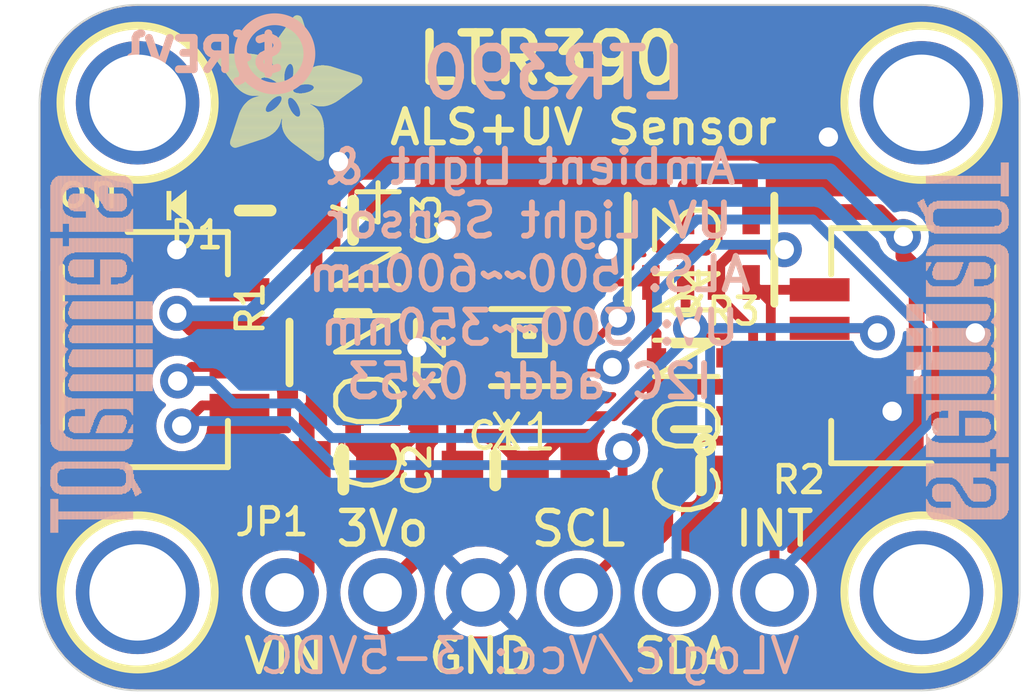
<source format=kicad_pcb>
(kicad_pcb (version 20221018) (generator pcbnew)
  (layers (0 "F.Cu" signal) (31 "B.Cu" signal) (34 "B.Paste" user) (35 "F.Paste" user) (36 "B.SilkS" user "B.Silkscreen") (37 "F.SilkS" user "F.Silkscreen") (38 "B.Mask" user) (39 "F.Mask" user) (44 "Edge.Cuts" user))
  (net 0 "")
  (net 1 "GND")
  (net 2 "SDA")
  (net 3 "SCL")
  (net 4 "SCL_3V")
  (net 5 "SDA_3V")
  (net 6 "3.3V")
  (net 7 "INT")
  (net 8 "VCC")
  (net 9 "N$1")
  (footprint "working:FIDUCIAL_1MM" (layer "F.Cu") (at 155.3591 97.3836)
    (fp_text reference "FID4" hide)
    (fp_text value "FIDUCIAL_1MM" hide)
    (pad "1" smd roundrect (at 0 0) (size 1 1) (layers "F.Cu" "F.Mask") (roundrect_rratio 0.5))
  )
  (footprint "working:RESPACK_4X0603" (layer "F.Cu") (at 152.9461 102.4636 180)
    (fp_text reference "R3" (at -1.6 -1.6) (layer "F.SilkS") (effects (font (size 0.692831 0.692831) (thickness 0.119969)) (justify right)))
    (fp_text value "10K")
    (pad "1" smd rect (at -1.3 0.85 180) (size 0.45 0.9) (layers "F.Cu" "F.Paste" "F.Mask") (net 8 "VCC"))
    (pad "2" smd rect (at -0.4 0.85 180) (size 0.45 0.9) (layers "F.Cu" "F.Paste" "F.Mask") (net 6 "3.3V"))
    (pad "3" smd rect (at 0.4 0.85 180) (size 0.45 0.9) (layers "F.Cu" "F.Paste" "F.Mask") (net 8 "VCC"))
    (pad "4" smd rect (at 1.3 0.85 180) (size 0.45 0.9) (layers "F.Cu" "F.Paste" "F.Mask") (net 6 "3.3V"))
    (pad "5" smd rect (at 1.3 -0.85 180) (size 0.45 0.9) (layers "F.Cu" "F.Paste" "F.Mask") (net 5 "SDA_3V"))
    (pad "6" smd rect (at 0.4 -0.85 180) (size 0.45 0.9) (layers "F.Cu" "F.Paste" "F.Mask") (net 2 "SDA"))
    (pad "7" smd rect (at -0.4 -0.85 180) (size 0.45 0.9) (layers "F.Cu" "F.Paste" "F.Mask") (net 4 "SCL_3V"))
    (pad "8" smd rect (at -1.3 -0.85 180) (size 0.45 0.9) (layers "F.Cu" "F.Paste" "F.Mask") (net 3 "SCL"))
  )
  (footprint "working:LTR390" (layer "F.Cu") (at 148.5011 105.0036)
    (fp_text reference "X1" (at -1.1 2.2) (layer "F.SilkS") (effects (font (size 0.90871 0.90871) (thickness 0.10729)) (justify left)))
    (fp_text value "LTR390")
    (pad "1" smd rect (at -0.9 -0.65 90) (size 0.3 0.65) (layers "F.Cu" "F.Paste" "F.Mask") (net 6 "3.3V"))
    (pad "2" smd rect (at -0.9 0 90) (size 0.3 0.65) (layers "F.Cu" "F.Paste" "F.Mask"))
    (pad "3" smd rect (at -0.9 0.65 90) (size 0.3 0.65) (layers "F.Cu" "F.Paste" "F.Mask") (net 1 "GND"))
    (pad "4" smd rect (at 0.9 0.65 90) (size 0.3 0.65) (layers "F.Cu" "F.Paste" "F.Mask") (net 4 "SCL_3V"))
    (pad "5" smd rect (at 0.9 0 90) (size 0.3 0.65) (layers "F.Cu" "F.Paste" "F.Mask") (net 7 "INT"))
    (pad "6" smd rect (at 0.9 -0.65 90) (size 0.3 0.65) (layers "F.Cu" "F.Paste" "F.Mask") (net 5 "SDA_3V"))
  )
  (footprint "working:ADAFRUIT_3.5MM" (layer "F.Cu") (at 140.3731 100.1776)
    (fp_text reference "U$22" hide)
    (fp_text value "" hide)
  )
  (footprint "working:1X06_ROUND_70" (layer "F.Cu") (at 148.5011 111.3536)
    (fp_text reference "JP1" (at -7.6962 -1.8288) (layer "F.SilkS") (effects (font (size 0.692831 0.692831) (thickness 0.119969)) (justify left)))
    (fp_text value "")
    (pad "1" thru_hole circle (at -6.35 0 90) (size 1.778 1.778) (drill 1) (layers "*.Cu" "*.Mask") (net 8 "VCC"))
    (pad "2" thru_hole circle (at -3.81 0 90) (size 1.778 1.778) (drill 1) (layers "*.Cu" "*.Mask") (net 6 "3.3V"))
    (pad "3" thru_hole circle (at -1.27 0 90) (size 1.778 1.778) (drill 1) (layers "*.Cu" "*.Mask") (net 1 "GND"))
    (pad "4" thru_hole circle (at 1.27 0 90) (size 1.778 1.778) (drill 1) (layers "*.Cu" "*.Mask") (net 3 "SCL"))
    (pad "5" thru_hole circle (at 3.81 0 90) (size 1.778 1.778) (drill 1) (layers "*.Cu" "*.Mask") (net 2 "SDA"))
    (pad "6" thru_hole circle (at 6.35 0 90) (size 1.778 1.778) (drill 1) (layers "*.Cu" "*.Mask") (net 7 "INT"))
  )
  (footprint "working:0603-NO" (layer "F.Cu") (at 141.3891 101.4476 -90)
    (fp_text reference "R1" (at 1.778 0.127 90) (layer "F.SilkS") (effects (font (size 0.692831 0.692831) (thickness 0.119969)) (justify right)))
    (fp_text value "10K")
    (pad "1" smd rect (at -0.85 0 270) (size 1.075 1) (layers "F.Cu" "F.Paste" "F.Mask") (net 6 "3.3V"))
    (pad "2" smd rect (at 0.85 0 270) (size 1.075 1) (layers "F.Cu" "F.Paste" "F.Mask") (net 9 "N$1"))
  )
  (footprint "working:0603-NO" (layer "F.Cu") (at 152.9461 108.3056)
    (fp_text reference "R2" (at 1.778 0.127) (layer "F.SilkS") (effects (font (size 0.692831 0.692831) (thickness 0.119969)) (justify left)))
    (fp_text value "10K")
    (pad "1" smd rect (at -0.85 0) (size 1.075 1) (layers "F.Cu" "F.Paste" "F.Mask") (net 6 "3.3V"))
    (pad "2" smd rect (at 0.85 0) (size 1.075 1) (layers "F.Cu" "F.Paste" "F.Mask") (net 7 "INT"))
  )
  (footprint "working:JST_SH4" (layer "F.Cu") (at 158.5341 105.0036 90)
    (fp_text reference "CONN3" (at -4.6 -5.9 90) (layer "F.SilkS") (effects (font (size 1.647139 1.647139) (thickness 0.130861)) (justify left)))
    (fp_text value "STEMMA_I2C_QT" hide)
    (pad "1" smd rect (at -1.5 -2.514 180) (size 1.55 0.6) (layers "F.Cu" "F.Paste" "F.Mask") (net 1 "GND"))
    (pad "2" smd rect (at -0.5 -2.514 180) (size 1.55 0.6) (layers "F.Cu" "F.Paste" "F.Mask") (net 8 "VCC"))
    (pad "3" smd rect (at 0.5 -2.514 180) (size 1.55 0.6) (layers "F.Cu" "F.Paste" "F.Mask") (net 2 "SDA"))
    (pad "4" smd rect (at 1.5 -2.514 180) (size 1.55 0.6) (layers "F.Cu" "F.Paste" "F.Mask") (net 3 "SCL"))
    (pad "MT1" smd rect (at -2.8 1.386 180) (size 1.8 1.2) (layers "F.Cu" "F.Paste" "F.Mask") (net 1 "GND"))
    (pad "MT2" smd rect (at 2.8 1.386 180) (size 1.8 1.2) (layers "F.Cu" "F.Paste" "F.Mask") (net 1 "GND"))
  )
  (footprint "working:MOUNTINGHOLE_2.5_PLATED" (layer "F.Cu") (at 158.6611 111.3536)
    (fp_text reference "U$21" hide)
    (fp_text value "MOUNTINGHOLE2.5" hide)
    (pad "P$1" thru_hole circle (at 0 0) (size 3.2 3.2) (drill 2.5) (layers "*.Cu" "*.Mask"))
    (zone (net 0) (net_name "") (layer "F.Cu") (connect_pads (clearance 0)) (min_thickness 0.25)
      (keepout (tracks not_allowed) (vias not_allowed) (pads not_allowed) (copperpour not_allowed) (footprints allowed))
      (fill (thermal_gap 0.5) (thermal_bridge_width 0.5))
      (polygon (pts (xy 160.6771 111.3536) (xy 160.65748 111.073027) (xy 160.599004 110.797915) (xy 160.502808 110.533619) (xy 160.370765 110.285283) (xy 160.205446 110.05774) (xy 160.010067 109.85542) (xy 159.788433 109.68226) (xy 159.544856 109.541631) (xy 159.284078 109.43627) (xy 159.011175 109.368228) (xy 158.731457 109.338828) (xy 158.450371 109.348644) (xy 158.173385 109.397484) (xy 157.905893 109.484397) (xy 157.6531 109.607693) (xy 157.419926 109.76497) (xy 157.210911 109.953169) (xy 157.030122 110.168625) (xy 156.881078 110.407145) (xy 156.76668 110.664087) (xy 156.689154 110.93445) (xy 156.650011 111.212971) (xy 156.650011 111.494229) (xy 156.689154 111.77275) (xy 156.76668 112.043113) (xy 156.881078 112.300055) (xy 157.030122 112.538575) (xy 157.210911 112.754031) (xy 157.419926 112.94223) (xy 157.6531 113.099507) (xy 157.905893 113.222803) (xy 158.173385 113.309716) (xy 158.450371 113.358556) (xy 158.731457 113.368372) (xy 159.011175 113.338972) (xy 159.284078 113.27093) (xy 159.544856 113.165569) (xy 159.788433 113.02494) (xy 160.010067 112.85178) (xy 160.205446 112.64946) (xy 160.370765 112.421917) (xy 160.502808 112.173581) (xy 160.599004 111.909285) (xy 160.65748 111.634173)))
      (polygon (pts (xy 158.6451 111.3536) (xy 158.649786 111.364914) (xy 158.6611 111.3696) (xy 158.672414 111.364914) (xy 158.6771 111.3536) (xy 158.672414 111.342286) (xy 158.6611 111.3376) (xy 158.649786 111.342286)))
    )
    (zone (net 0) (net_name "") (layer "B.Cu") (connect_pads (clearance 0)) (min_thickness 0.25)
      (keepout (tracks not_allowed) (vias not_allowed) (pads not_allowed) (copperpour not_allowed) (footprints allowed))
      (fill (thermal_gap 0.5) (thermal_bridge_width 0.5))
      (polygon (pts (xy 160.6771 111.3536) (xy 160.65748 111.073027) (xy 160.599004 110.797915) (xy 160.502808 110.533619) (xy 160.370765 110.285283) (xy 160.205446 110.05774) (xy 160.010067 109.85542) (xy 159.788433 109.68226) (xy 159.544856 109.541631) (xy 159.284078 109.43627) (xy 159.011175 109.368228) (xy 158.731457 109.338828) (xy 158.450371 109.348644) (xy 158.173385 109.397484) (xy 157.905893 109.484397) (xy 157.6531 109.607693) (xy 157.419926 109.76497) (xy 157.210911 109.953169) (xy 157.030122 110.168625) (xy 156.881078 110.407145) (xy 156.76668 110.664087) (xy 156.689154 110.93445) (xy 156.650011 111.212971) (xy 156.650011 111.494229) (xy 156.689154 111.77275) (xy 156.76668 112.043113) (xy 156.881078 112.300055) (xy 157.030122 112.538575) (xy 157.210911 112.754031) (xy 157.419926 112.94223) (xy 157.6531 113.099507) (xy 157.905893 113.222803) (xy 158.173385 113.309716) (xy 158.450371 113.358556) (xy 158.731457 113.368372) (xy 159.011175 113.338972) (xy 159.284078 113.27093) (xy 159.544856 113.165569) (xy 159.788433 113.02494) (xy 160.010067 112.85178) (xy 160.205446 112.64946) (xy 160.370765 112.421917) (xy 160.502808 112.173581) (xy 160.599004 111.909285) (xy 160.65748 111.634173)))
      (polygon (pts (xy 158.6451 111.3536) (xy 158.649786 111.364914) (xy 158.6611 111.3696) (xy 158.672414 111.364914) (xy 158.6771 111.3536) (xy 158.672414 111.342286) (xy 158.6611 111.3376) (xy 158.649786 111.342286)))
    )
  )
  (footprint "working:0805-NO" (layer "F.Cu") (at 143.9291 101.7016)
    (fp_text reference "C3" (at 1.905 -0.762 90) (layer "F.SilkS") (effects (font (size 0.692831 0.692831) (thickness 0.119969)) (justify right)))
    (fp_text value "10uF")
    (pad "1" smd rect (at -0.95 0) (size 1.24 1.5) (layers "F.Cu" "F.Paste" "F.Mask") (net 6 "3.3V"))
    (pad "2" smd rect (at 0.95 0) (size 1.24 1.5) (layers "F.Cu" "F.Paste" "F.Mask") (net 1 "GND"))
  )
  (footprint "working:SOT23-5" (layer "F.Cu") (at 143.9291 105.1306)
    (fp_text reference "U2" (at 2.032 -0.562 90) (layer "F.SilkS") (effects (font (size 0.692831 0.692831) (thickness 0.119969)) (justify right)))
    (fp_text value "AP2112K-3.3")
    (pad "1" smd rect (at -0.95 1.3001) (size 0.55 1.2) (layers "F.Cu" "F.Paste" "F.Mask") (net 8 "VCC"))
    (pad "2" smd rect (at 0 1.3001) (size 0.55 1.2) (layers "F.Cu" "F.Paste" "F.Mask") (net 1 "GND"))
    (pad "3" smd rect (at 0.95 1.3001) (size 0.55 1.2) (layers "F.Cu" "F.Paste" "F.Mask") (net 8 "VCC"))
    (pad "4" smd rect (at 0.95 -1.3001) (size 0.55 1.2) (layers "F.Cu" "F.Paste" "F.Mask"))
    (pad "5" smd rect (at -0.95 -1.3001) (size 0.55 1.2) (layers "F.Cu" "F.Paste" "F.Mask") (net 6 "3.3V"))
  )
  (footprint "working:SOT363" (layer "F.Cu") (at 152.6921 106.0196 90)
    (fp_text reference "Q2" (at 1.651 -0.127 90) (layer "F.SilkS") (effects (font (size 0.692831 0.692831) (thickness 0.119969)) (justify left)))
    (fp_text value "BSS138")
    (pad "1" smd rect (at -0.75 0.9 90) (size 0.5 0.5) (layers "F.Cu" "F.Paste" "F.Mask") (net 4 "SCL_3V"))
    (pad "2" smd rect (at 0 0.9 90) (size 0.4 0.5) (layers "F.Cu" "F.Paste" "F.Mask") (net 6 "3.3V"))
    (pad "3" smd rect (at 0.75 0.9 90) (size 0.5 0.5) (layers "F.Cu" "F.Paste" "F.Mask") (net 2 "SDA"))
    (pad "4" smd rect (at 0.75 -0.9 90) (size 0.5 0.5) (layers "F.Cu" "F.Paste" "F.Mask") (net 5 "SDA_3V"))
    (pad "5" smd rect (at 0 -0.9 90) (size 0.4 0.5) (layers "F.Cu" "F.Paste" "F.Mask") (net 6 "3.3V"))
    (pad "6" smd rect (at -0.75 -0.9 90) (size 0.5 0.5) (layers "F.Cu" "F.Paste" "F.Mask") (net 3 "SCL"))
  )
  (footprint "working:MOUNTINGHOLE_2.5_PLATED" (layer "F.Cu") (at 138.3411 98.6536)
    (fp_text reference "U$1" hide)
    (fp_text value "MOUNTINGHOLE2.5" hide)
    (pad "P$1" thru_hole circle (at 0 0) (size 3.2 3.2) (drill 2.5) (layers "*.Cu" "*.Mask"))
    (zone (net 0) (net_name "") (layer "F.Cu") (connect_pads (clearance 0)) (min_thickness 0.25)
      (keepout (tracks not_allowed) (vias not_allowed) (pads not_allowed) (copperpour not_allowed) (footprints allowed))
      (fill (thermal_gap 0.5) (thermal_bridge_width 0.5))
      (polygon (pts (xy 140.3571 98.6536) (xy 140.33748 98.373027) (xy 140.279004 98.097915) (xy 140.182808 97.833619) (xy 140.050765 97.585283) (xy 139.885446 97.35774) (xy 139.690067 97.15542) (xy 139.468433 96.98226) (xy 139.224856 96.841631) (xy 138.964078 96.73627) (xy 138.691175 96.668228) (xy 138.411457 96.638828) (xy 138.130371 96.648644) (xy 137.853385 96.697484) (xy 137.585893 96.784397) (xy 137.3331 96.907693) (xy 137.099926 97.06497) (xy 136.890911 97.253169) (xy 136.710122 97.468625) (xy 136.561078 97.707145) (xy 136.44668 97.964087) (xy 136.369154 98.23445) (xy 136.330011 98.512971) (xy 136.330011 98.794229) (xy 136.369154 99.07275) (xy 136.44668 99.343113) (xy 136.561078 99.600055) (xy 136.710122 99.838575) (xy 136.890911 100.054031) (xy 137.099926 100.24223) (xy 137.3331 100.399507) (xy 137.585893 100.522803) (xy 137.853385 100.609716) (xy 138.130371 100.658556) (xy 138.411457 100.668372) (xy 138.691175 100.638972) (xy 138.964078 100.57093) (xy 139.224856 100.465569) (xy 139.468433 100.32494) (xy 139.690067 100.15178) (xy 139.885446 99.94946) (xy 140.050765 99.721917) (xy 140.182808 99.473581) (xy 140.279004 99.209285) (xy 140.33748 98.934173)))
      (polygon (pts (xy 138.3251 98.6536) (xy 138.329786 98.664914) (xy 138.3411 98.6696) (xy 138.352414 98.664914) (xy 138.3571 98.6536) (xy 138.352414 98.642286) (xy 138.3411 98.6376) (xy 138.329786 98.642286)))
    )
    (zone (net 0) (net_name "") (layer "B.Cu") (connect_pads (clearance 0)) (min_thickness 0.25)
      (keepout (tracks not_allowed) (vias not_allowed) (pads not_allowed) (copperpour not_allowed) (footprints allowed))
      (fill (thermal_gap 0.5) (thermal_bridge_width 0.5))
      (polygon (pts (xy 140.3571 98.6536) (xy 140.33748 98.373027) (xy 140.279004 98.097915) (xy 140.182808 97.833619) (xy 140.050765 97.585283) (xy 139.885446 97.35774) (xy 139.690067 97.15542) (xy 139.468433 96.98226) (xy 139.224856 96.841631) (xy 138.964078 96.73627) (xy 138.691175 96.668228) (xy 138.411457 96.638828) (xy 138.130371 96.648644) (xy 137.853385 96.697484) (xy 137.585893 96.784397) (xy 137.3331 96.907693) (xy 137.099926 97.06497) (xy 136.890911 97.253169) (xy 136.710122 97.468625) (xy 136.561078 97.707145) (xy 136.44668 97.964087) (xy 136.369154 98.23445) (xy 136.330011 98.512971) (xy 136.330011 98.794229) (xy 136.369154 99.07275) (xy 136.44668 99.343113) (xy 136.561078 99.600055) (xy 136.710122 99.838575) (xy 136.890911 100.054031) (xy 137.099926 100.24223) (xy 137.3331 100.399507) (xy 137.585893 100.522803) (xy 137.853385 100.609716) (xy 138.130371 100.658556) (xy 138.411457 100.668372) (xy 138.691175 100.638972) (xy 138.964078 100.57093) (xy 139.224856 100.465569) (xy 139.468433 100.32494) (xy 139.690067 100.15178) (xy 139.885446 99.94946) (xy 140.050765 99.721917) (xy 140.182808 99.473581) (xy 140.279004 99.209285) (xy 140.33748 98.934173)))
      (polygon (pts (xy 138.3251 98.6536) (xy 138.329786 98.664914) (xy 138.3411 98.6696) (xy 138.352414 98.664914) (xy 138.3571 98.6536) (xy 138.352414 98.642286) (xy 138.3411 98.6376) (xy 138.329786 98.642286)))
    )
  )
  (footprint "working:CHIPLED_0603_NOOUTLINE" (layer "F.Cu") (at 139.3571 101.3206 90)
    (fp_text reference "D1" (at -0.762 1.27) (layer "F.SilkS") (effects (font (size 0.692831 0.692831) (thickness 0.119969)) (justify right)))
    (fp_text value "GREEN")
    (pad "A" smd rect (at 0 0.75 90) (size 0.8 0.8) (layers "F.Cu" "F.Paste" "F.Mask") (net 9 "N$1"))
    (pad "C" smd rect (at 0 -0.75 90) (size 0.8 0.8) (layers "F.Cu" "F.Paste" "F.Mask") (net 1 "GND"))
  )
  (footprint "working:MOUNTINGHOLE_2.5_PLATED" (layer "F.Cu") (at 138.3411 111.3536)
    (fp_text reference "U$19" hide)
    (fp_text value "MOUNTINGHOLE2.5" hide)
    (pad "P$1" thru_hole circle (at 0 0) (size 3.2 3.2) (drill 2.5) (layers "*.Cu" "*.Mask"))
    (zone (net 0) (net_name "") (layer "F.Cu") (connect_pads (clearance 0)) (min_thickness 0.25)
      (keepout (tracks not_allowed) (vias not_allowed) (pads not_allowed) (copperpour not_allowed) (footprints allowed))
      (fill (thermal_gap 0.5) (thermal_bridge_width 0.5))
      (polygon (pts (xy 140.3571 111.3536) (xy 140.33748 111.073027) (xy 140.279004 110.797915) (xy 140.182808 110.533619) (xy 140.050765 110.285283) (xy 139.885446 110.05774) (xy 139.690067 109.85542) (xy 139.468433 109.68226) (xy 139.224856 109.541631) (xy 138.964078 109.43627) (xy 138.691175 109.368228) (xy 138.411457 109.338828) (xy 138.130371 109.348644) (xy 137.853385 109.397484) (xy 137.585893 109.484397) (xy 137.3331 109.607693) (xy 137.099926 109.76497) (xy 136.890911 109.953169) (xy 136.710122 110.168625) (xy 136.561078 110.407145) (xy 136.44668 110.664087) (xy 136.369154 110.93445) (xy 136.330011 111.212971) (xy 136.330011 111.494229) (xy 136.369154 111.77275) (xy 136.44668 112.043113) (xy 136.561078 112.300055) (xy 136.710122 112.538575) (xy 136.890911 112.754031) (xy 137.099926 112.94223) (xy 137.3331 113.099507) (xy 137.585893 113.222803) (xy 137.853385 113.309716) (xy 138.130371 113.358556) (xy 138.411457 113.368372) (xy 138.691175 113.338972) (xy 138.964078 113.27093) (xy 139.224856 113.165569) (xy 139.468433 113.02494) (xy 139.690067 112.85178) (xy 139.885446 112.64946) (xy 140.050765 112.421917) (xy 140.182808 112.173581) (xy 140.279004 111.909285) (xy 140.33748 111.634173)))
      (polygon (pts (xy 138.3251 111.3536) (xy 138.329786 111.364914) (xy 138.3411 111.3696) (xy 138.352414 111.364914) (xy 138.3571 111.3536) (xy 138.352414 111.342286) (xy 138.3411 111.3376) (xy 138.329786 111.342286)))
    )
    (zone (net 0) (net_name "") (layer "B.Cu") (connect_pads (clearance 0)) (min_thickness 0.25)
      (keepout (tracks not_allowed) (vias not_allowed) (pads not_allowed) (copperpour not_allowed) (footprints allowed))
      (fill (thermal_gap 0.5) (thermal_bridge_width 0.5))
      (polygon (pts (xy 140.3571 111.3536) (xy 140.33748 111.073027) (xy 140.279004 110.797915) (xy 140.182808 110.533619) (xy 140.050765 110.285283) (xy 139.885446 110.05774) (xy 139.690067 109.85542) (xy 139.468433 109.68226) (xy 139.224856 109.541631) (xy 138.964078 109.43627) (xy 138.691175 109.368228) (xy 138.411457 109.338828) (xy 138.130371 109.348644) (xy 137.853385 109.397484) (xy 137.585893 109.484397) (xy 137.3331 109.607693) (xy 137.099926 109.76497) (xy 136.890911 109.953169) (xy 136.710122 110.168625) (xy 136.561078 110.407145) (xy 136.44668 110.664087) (xy 136.369154 110.93445) (xy 136.330011 111.212971) (xy 136.330011 111.494229) (xy 136.369154 111.77275) (xy 136.44668 112.043113) (xy 136.561078 112.300055) (xy 136.710122 112.538575) (xy 136.890911 112.754031) (xy 137.099926 112.94223) (xy 137.3331 113.099507) (xy 137.585893 113.222803) (xy 137.853385 113.309716) (xy 138.130371 113.358556) (xy 138.411457 113.368372) (xy 138.691175 113.338972) (xy 138.964078 113.27093) (xy 139.224856 113.165569) (xy 139.468433 113.02494) (xy 139.690067 112.85178) (xy 139.885446 112.64946) (xy 140.050765 112.421917) (xy 140.182808 112.173581) (xy 140.279004 111.909285) (xy 140.33748 111.634173)))
      (polygon (pts (xy 138.3251 111.3536) (xy 138.329786 111.364914) (xy 138.3411 111.3696) (xy 138.352414 111.364914) (xy 138.3571 111.3536) (xy 138.352414 111.342286) (xy 138.3411 111.3376) (xy 138.329786 111.342286)))
    )
  )
  (footprint "working:FIDUCIAL_1MM" (layer "F.Cu") (at 141.0081 109.0676)
    (fp_text reference "FID3" hide)
    (fp_text value "FIDUCIAL_1MM" hide)
    (pad "1" smd roundrect (at 0 0) (size 1 1) (layers "F.Cu" "F.Mask") (roundrect_rratio 0.5))
  )
  (footprint "working:JST_SH4" (layer "F.Cu") (at 138.4681 105.0036 -90)
    (fp_text reference "CONN4" (at -4.6 -5.9 90) (layer "F.SilkS") (effects (font (size 1.647139 1.647139) (thickness 0.130861)) (justify right)))
    (fp_text value "STEMMA_I2C_QT" hide)
    (pad "1" smd rect (at -1.5 -2.514) (size 1.55 0.6) (layers "F.Cu" "F.Paste" "F.Mask") (net 1 "GND"))
    (pad "2" smd rect (at -0.5 -2.514) (size 1.55 0.6) (layers "F.Cu" "F.Paste" "F.Mask") (net 8 "VCC"))
    (pad "3" smd rect (at 0.5 -2.514) (size 1.55 0.6) (layers "F.Cu" "F.Paste" "F.Mask") (net 2 "SDA"))
    (pad "4" smd rect (at 1.5 -2.514) (size 1.55 0.6) (layers "F.Cu" "F.Paste" "F.Mask") (net 3 "SCL"))
    (pad "MT1" smd rect (at -2.8 1.386) (size 1.8 1.2) (layers "F.Cu" "F.Paste" "F.Mask") (net 1 "GND"))
    (pad "MT2" smd rect (at 2.8 1.386) (size 1.8 1.2) (layers "F.Cu" "F.Paste" "F.Mask") (net 1 "GND"))
  )
  (footprint "working:MOUNTINGHOLE_2.5_PLATED" (layer "F.Cu") (at 158.6611 98.6536)
    (fp_text reference "U$17" hide)
    (fp_text value "MOUNTINGHOLE2.5" hide)
    (pad "P$1" thru_hole circle (at 0 0) (size 3.2 3.2) (drill 2.5) (layers "*.Cu" "*.Mask"))
    (zone (net 0) (net_name "") (layer "F.Cu") (connect_pads (clearance 0)) (min_thickness 0.25)
      (keepout (tracks not_allowed) (vias not_allowed) (pads not_allowed) (copperpour not_allowed) (footprints allowed))
      (fill (thermal_gap 0.5) (thermal_bridge_width 0.5))
      (polygon (pts (xy 160.6771 98.6536) (xy 160.65748 98.373027) (xy 160.599004 98.097915) (xy 160.502808 97.833619) (xy 160.370765 97.585283) (xy 160.205446 97.35774) (xy 160.010067 97.15542) (xy 159.788433 96.98226) (xy 159.544856 96.841631) (xy 159.284078 96.73627) (xy 159.011175 96.668228) (xy 158.731457 96.638828) (xy 158.450371 96.648644) (xy 158.173385 96.697484) (xy 157.905893 96.784397) (xy 157.6531 96.907693) (xy 157.419926 97.06497) (xy 157.210911 97.253169) (xy 157.030122 97.468625) (xy 156.881078 97.707145) (xy 156.76668 97.964087) (xy 156.689154 98.23445) (xy 156.650011 98.512971) (xy 156.650011 98.794229) (xy 156.689154 99.07275) (xy 156.76668 99.343113) (xy 156.881078 99.600055) (xy 157.030122 99.838575) (xy 157.210911 100.054031) (xy 157.419926 100.24223) (xy 157.6531 100.399507) (xy 157.905893 100.522803) (xy 158.173385 100.609716) (xy 158.450371 100.658556) (xy 158.731457 100.668372) (xy 159.011175 100.638972) (xy 159.284078 100.57093) (xy 159.544856 100.465569) (xy 159.788433 100.32494) (xy 160.010067 100.15178) (xy 160.205446 99.94946) (xy 160.370765 99.721917) (xy 160.502808 99.473581) (xy 160.599004 99.209285) (xy 160.65748 98.934173)))
      (polygon (pts (xy 158.6451 98.6536) (xy 158.649786 98.664914) (xy 158.6611 98.6696) (xy 158.672414 98.664914) (xy 158.6771 98.6536) (xy 158.672414 98.642286) (xy 158.6611 98.6376) (xy 158.649786 98.642286)))
    )
    (zone (net 0) (net_name "") (layer "B.Cu") (connect_pads (clearance 0)) (min_thickness 0.25)
      (keepout (tracks not_allowed) (vias not_allowed) (pads not_allowed) (copperpour not_allowed) (footprints allowed))
      (fill (thermal_gap 0.5) (thermal_bridge_width 0.5))
      (polygon (pts (xy 160.6771 98.6536) (xy 160.65748 98.373027) (xy 160.599004 98.097915) (xy 160.502808 97.833619) (xy 160.370765 97.585283) (xy 160.205446 97.35774) (xy 160.010067 97.15542) (xy 159.788433 96.98226) (xy 159.544856 96.841631) (xy 159.284078 96.73627) (xy 159.011175 96.668228) (xy 158.731457 96.638828) (xy 158.450371 96.648644) (xy 158.173385 96.697484) (xy 157.905893 96.784397) (xy 157.6531 96.907693) (xy 157.419926 97.06497) (xy 157.210911 97.253169) (xy 157.030122 97.468625) (xy 156.881078 97.707145) (xy 156.76668 97.964087) (xy 156.689154 98.23445) (xy 156.650011 98.512971) (xy 156.650011 98.794229) (xy 156.689154 99.07275) (xy 156.76668 99.343113) (xy 156.881078 99.600055) (xy 157.030122 99.838575) (xy 157.210911 100.054031) (xy 157.419926 100.24223) (xy 157.6531 100.399507) (xy 157.905893 100.522803) (xy 158.173385 100.609716) (xy 158.450371 100.658556) (xy 158.731457 100.668372) (xy 159.011175 100.638972) (xy 159.284078 100.57093) (xy 159.544856 100.465569) (xy 159.788433 100.32494) (xy 160.010067 100.15178) (xy 160.205446 99.94946) (xy 160.370765 99.721917) (xy 160.502808 99.473581) (xy 160.599004 99.209285) (xy 160.65748 98.934173)))
      (polygon (pts (xy 158.6451 98.6536) (xy 158.649786 98.664914) (xy 158.6611 98.6696) (xy 158.672414 98.664914) (xy 158.6771 98.6536) (xy 158.672414 98.642286) (xy 158.6611 98.6376) (xy 158.649786 98.642286)))
    )
  )
  (footprint "working:0805-NO" (layer "F.Cu") (at 143.6751 108.1786)
    (fp_text reference "C2" (at 1.905 -0.762 90) (layer "F.SilkS") (effects (font (size 0.692831 0.692831) (thickness 0.119969)) (justify right)))
    (fp_text value "10uF")
    (pad "1" smd rect (at -0.95 0) (size 1.24 1.5) (layers "F.Cu" "F.Paste" "F.Mask") (net 8 "VCC"))
    (pad "2" smd rect (at 0.95 0) (size 1.24 1.5) (layers "F.Cu" "F.Paste" "F.Mask") (net 1 "GND"))
  )
  (footprint "working:0603-NO" (layer "F.Cu") (at 147.6121 108.1786)
    (fp_text reference "C1" (at -0.762 -0.889) (layer "F.SilkS") (effects (font (size 0.692831 0.692831) (thickness 0.119969)) (justify left)))
    (fp_text value "0.1uF")
    (pad "1" smd rect (at -0.85 0) (size 1.075 1) (layers "F.Cu" "F.Paste" "F.Mask") (net 6 "3.3V"))
    (pad "2" smd rect (at 0.85 0) (size 1.075 1) (layers "F.Cu" "F.Paste" "F.Mask") (net 1 "GND"))
  )
  (footprint "working:STEMMAQT" (layer "B.Cu") (at 138.7221 100.5586 -90)
    (fp_text reference "U$31" hide)
    (fp_text value "" hide)
  )
  (footprint "working:PCBFEAT-REV-040" (layer "B.Cu") (at 141.8971 97.3836 180)
    (fp_text reference "U$25" hide)
    (fp_text value "" hide)
    (fp_text user "${REV}" (at -0.3556 -0.508) (layer "B.SilkS") (effects (font (size 0.8128 0.8128) (thickness 0.2032)) (justify left bottom mirror)))
  )
  (footprint "working:STEMMAQT" (layer "B.Cu") (at 158.2801 109.4486 90)
    (fp_text reference "U$30" hide)
    (fp_text value "" hide)
  )
  (gr_line (start 135.8011 98.6536) (end 135.8011 111.3536) (stroke (width 0.05)) (layer "Edge.Cuts"))
  (gr_arc (start 161.2011 111.3536) (mid 160.457151 113.149651) (end 158.6611 113.8936) (stroke (width 0.05)) (layer "Edge.Cuts"))
  (gr_line (start 161.2011 111.3536) (end 161.2011 98.6536) (stroke (width 0.05)) (layer "Edge.Cuts"))
  (gr_arc (start 135.8011 98.6536) (mid 136.545049 96.857549) (end 138.3411 96.1136) (stroke (width 0.05)) (layer "Edge.Cuts"))
  (gr_arc (start 158.6611 96.1136) (mid 160.457151 96.857549) (end 161.2011 98.6536) (stroke (width 0.05)) (layer "Edge.Cuts"))
  (gr_line (start 138.3411 113.8936) (end 158.6611 113.8936) (stroke (width 0.05)) (layer "Edge.Cuts"))
  (gr_line (start 158.6611 96.1136) (end 138.3411 96.1136) (stroke (width 0.05)) (layer "Edge.Cuts"))
  (gr_arc (start 138.3411 113.8936) (mid 136.545049 113.149651) (end 135.8011 111.3536) (stroke (width 0.05)) (layer "Edge.Cuts"))
  (gr_text "VLogic/Vcc: 3-5VDC" (at 148.5011 113.0046) (layer "B.SilkS") (effects (font (size 0.89408 0.89408) (thickness 0.12192)) (justify mirror)))
  (gr_text "LTR390" (at 149.1361 97.8916) (layer "B.SilkS") (effects (font (size 1.25222 1.25222) (thickness 0.22098)) (justify mirror)))
  (gr_text "Ambient Light &\nUV Light Sensor\nALS: 500~~600nm\nUV: 300~~350nm\nI2C addr 0x53" (at 148.5011 103.0986) (layer "B.SilkS") (effects (font (size 0.8636 0.8636) (thickness 0.1524)) (justify mirror)))
  (gr_text "SCL" (at 149.7711 109.7026) (layer "F.SilkS") (effects (font (size 0.87376 0.87376) (thickness 0.14224))))
  (gr_text "VIN" (at 142.1511 113.0046) (layer "F.SilkS") (effects (font (size 0.87376 0.87376) (thickness 0.14224))))
  (gr_text "ALS+UV Sensor" (at 149.8981 99.2886) (layer "F.SilkS") (effects (font (size 0.8636 0.8636) (thickness 0.1524))))
  (gr_text "INT" (at 154.8511 109.7026) (layer "F.SilkS") (effects (font (size 0.87376 0.87376) (thickness 0.14224))))
  (gr_text "GND" (at 147.2311 113.0046) (layer "F.SilkS") (effects (font (size 0.87376 0.87376) (thickness 0.14224))))
  (gr_text "SDA" (at 152.4381 113.0046) (layer "F.SilkS") (effects (font (size 0.87376 0.87376) (thickness 0.14224))))
  (gr_text "LTR390" (at 149.0091 97.5106) (layer "F.SilkS") (effects (font (size 1.25222 1.25222) (thickness 0.22098))))
  (gr_text "3Vo" (at 144.6911 109.7026) (layer "F.SilkS") (effects (font (size 0.87376 0.87376) (thickness 0.14224))))
  (gr_text "on" (at 136.1821 101.4476) (layer "F.SilkS") (effects (font (size 0.89408 0.89408) (thickness 0.12192)) (justify left bottom)))
  (segment (start 140.9821 103.5036) (end 140.3971 103.5036) (width 0.4064) (layer "F.Cu") (net 1))
  (segment (start 140.3971 103.5036) (end 139.3571 102.4636) (width 0.4064) (layer "F.Cu") (net 1))
  (segment (start 144.6251 108.1786) (end 143.9291 107.4826) (width 0.4064) (layer "F.Cu") (net 1))
  (segment (start 143.9291 106.4307) (end 143.9291 107.4826) (width 0.4064) (layer "F.Cu") (net 1))
  (via (at 143.5481 100.1776) (size 0.9064) (drill 0.5) (layers "F.Cu" "B.Cu") (net 1))
  (via (at 146.3421 101.9556) (size 0.9064) (drill 0.5) (layers "F.Cu" "B.Cu") (net 1))
  (via (at 160.0581 104.6226) (size 0.9064) (drill 0.5) (layers "F.Cu" "B.Cu") (net 1))
  (via (at 139.3571 102.4636) (size 0.9064) (drill 0.5) (layers "F.Cu" "B.Cu") (net 1))
  (via (at 150.5331 102.4636) (size 0.9064) (drill 0.5) (layers "F.Cu" "B.Cu") (net 1))
  (via (at 145.5801 105.0036) (size 0.9064) (drill 0.5) (layers "F.Cu" "B.Cu") (net 1))
  (via (at 156.2481 99.5426) (size 0.9064) (drill 0.5) (layers "F.Cu" "B.Cu") (net 1))
  (via (at 157.8991 106.6546) (size 0.9064) (drill 0.5) (layers "F.Cu" "B.Cu") (net 1))
  (segment (start 153.5921 104.7616) (end 152.6731 104.7616) (width 0.254) (layer "F.Cu") (net 2))
  (segment (start 157.3991 104.5036) (end 157.5181 104.6226) (width 0.254) (layer "F.Cu") (net 2))
  (segment (start 152.5461 103.3136) (end 152.5461 104.2026) (width 0.254) (layer "F.Cu") (net 2))
  (segment (start 152.6731 104.4956) (end 152.6731 104.7616) (width 0.254) (layer "F.Cu") (net 2))
  (segment (start 152.6731 104.3296) (end 152.5461 104.2026) (width 0.254) (layer "F.Cu") (net 2))
  (segment (start 156.0201 104.5036) (end 157.3991 104.5036) (width 0.254) (layer "F.Cu") (net 2))
  (segment (start 139.7461 105.5036) (end 139.379706 105.869994) (width 0.254) (layer "F.Cu") (net 2))
  (segment (start 153.5921 104.7616) (end 153.5921 105.2696) (width 0.254) (layer "F.Cu") (net 2))
  (segment (start 140.9821 105.5036) (end 139.7461 105.5036) (width 0.254) (layer "F.Cu") (net 2))
  (segment (start 152.6731 104.3296) (end 152.6731 104.4956) (width 0.254) (layer "F.Cu") (net 2))
  (via (at 139.379706 105.869994) (size 0.9064) (drill 0.5) (layers "F.Cu" "B.Cu") (net 2))
  (via (at 157.5181 104.6226) (size 0.9064) (drill 0.5) (layers "F.Cu" "B.Cu") (net 2))
  (via (at 152.6731 104.4956) (size 0.9064) (drill 0.5) (layers "F.Cu" "B.Cu") (net 2))
  (segment (start 142.467481 106.4514) (end 143.36339 107.34731) (width 0.254) (layer "B.Cu") (net 2))
  (segment (start 153.1811 105.0036) (end 152.6731 104.4956) (width 0.254) (layer "B.Cu") (net 2))
  (segment (start 157.5181 104.6226) (end 157.3911 104.4956) (width 0.254) (layer "B.Cu") (net 2))
  (segment (start 139.379706 105.869994) (end 140.258237 105.869994) (width 0.254) (layer "B.Cu") (net 2))
  (segment (start 140.258237 105.869994) (end 140.839643 106.4514) (width 0.254) (layer "B.Cu") (net 2))
  (segment (start 152.6731 104.4956) (end 152.6731 104.6012) (width 0.254) (layer "B.Cu") (net 2))
  (segment (start 140.839643 106.4514) (end 142.467481 106.4514) (width 0.254) (layer "B.Cu") (net 2))
  (segment (start 150.00249 107.34731) (end 152.7486 104.6012) (width 0.254) (layer "B.Cu") (net 2))
  (segment (start 152.3111 109.6836) (end 153.1811 108.8136) (width 0.254) (layer "B.Cu") (net 2))
  (segment (start 153.1811 108.8136) (end 153.1811 105.0036) (width 0.254) (layer "B.Cu") (net 2))
  (segment (start 143.36339 107.34731) (end 150.00249 107.34731) (width 0.254) (layer "B.Cu") (net 2))
  (segment (start 157.3911 104.4956) (end 152.6731 104.4956) (width 0.254) (layer "B.Cu") (net 2))
  (segment (start 152.3111 109.6836) (end 152.3111 111.3536) (width 0.254) (layer "B.Cu") (net 2))
  (segment (start 152.7486 104.6012) (end 152.6731 104.6012) (width 0.254) (layer "B.Cu") (net 2))
  (segment (start 150.9141 110.2106) (end 149.7711 111.3536) (width 0.254) (layer "F.Cu") (net 3))
  (segment (start 154.2461 103.3136) (end 154.7541 103.8216) (width 0.254) (layer "F.Cu") (net 3))
  (segment (start 140.9821 106.5036) (end 140.0161 106.5036) (width 0.254) (layer "F.Cu") (net 3))
  (segment (start 150.9141 107.6706) (end 150.9141 110.2106) (width 0.254) (layer "F.Cu") (net 3))
  (segment (start 154.4701 107.4166) (end 152.3111 107.4166) (width 0.254) (layer "F.Cu") (net 3))
  (segment (start 154.4361 103.5036) (end 154.2461 103.3136) (width 0.254) (layer "F.Cu") (net 3))
  (segment (start 150.9141 107.6706) (end 150.9141 107.6476) (width 0.254) (layer "F.Cu") (net 3))
  (segment (start 151.7921 106.7696) (end 150.9141 107.6476) (width 0.254) (layer "F.Cu") (net 3))
  (segment (start 154.7541 103.8216) (end 154.7541 107.1326) (width 0.254) (layer "F.Cu") (net 3))
  (segment (start 154.7541 107.1326) (end 154.4701 107.4166) (width 0.254) (layer "F.Cu") (net 3))
  (segment (start 151.7916 106.8971) (end 151.7916 106.7701) (width 0.254) (layer "F.Cu") (net 3))
  (segment (start 151.7921 106.7696) (end 151.7916 106.7701) (width 0.254) (layer "F.Cu") (net 3))
  (segment (start 140.0161 106.5036) (end 139.4841 107.0356) (width 0.254) (layer "F.Cu") (net 3))
  (segment (start 152.3111 107.4166) (end 151.7916 106.8971) (width 0.254) (layer "F.Cu") (net 3))
  (segment (start 156.0201 103.5036) (end 154.4361 103.5036) (width 0.254) (layer "F.Cu") (net 3))
  (via (at 150.9141 107.6706) (size 0.9064) (drill 0.5) (layers "F.Cu" "B.Cu") (net 3))
  (via (at 139.4841 107.0356) (size 0.9064) (drill 0.5) (layers "F.Cu" "B.Cu") (net 3))
  (segment (start 142.2781 106.9086) (end 139.6111 106.9086) (width 0.254) (layer "B.Cu") (net 3))
  (segment (start 139.4841 107.0356) (end 139.6111 106.9086) (width 0.254) (layer "B.Cu") (net 3))
  (segment (start 150.5331 108.0516) (end 143.4211 108.0516) (width 0.254) (layer "B.Cu") (net 3))
  (segment (start 150.5331 108.0516) (end 150.9141 107.6706) (width 0.254) (layer "B.Cu") (net 3))
  (segment (start 143.4211 108.0516) (end 142.2781 106.9086) (width 0.254) (layer "B.Cu") (net 3))
  (segment (start 153.3461 103.6256) (end 154.2969 104.5764) (width 0.254) (layer "F.Cu") (net 4))
  (segment (start 153.3461 102.9526) (end 153.8351 102.4636) (width 0.254) (layer "F.Cu") (net 4))
  (segment (start 153.3461 103.3136) (end 153.3461 103.6256) (width 0.254) (layer "F.Cu") (net 4))
  (segment (start 153.3461 103.3136) (end 153.3461 102.9526) (width 0.254) (layer "F.Cu") (net 4))
  (segment (start 154.2969 104.5764) (end 154.2969 106.3886) (width 0.254) (layer "F.Cu") (net 4))
  (segment (start 150.5331 105.6259) (end 150.6474 105.5116) (width 0.254) (layer "F.Cu") (net 4))
  (segment (start 153.8351 102.4636) (end 155.1051 102.4636) (width 0.254) (layer "F.Cu") (net 4))
  (segment (start 154.2969 106.3886) (end 153.9159 106.7696) (width 0.254) (layer "F.Cu") (net 4))
  (segment (start 149.4011 105.6536) (end 150.5331 105.6536) (width 0.2032) (layer "F.Cu") (net 4))
  (segment (start 150.5331 105.6259) (end 150.5331 105.6536) (width 0.254) (layer "F.Cu") (net 4))
  (segment (start 153.5921 106.7696) (end 153.9159 106.7696) (width 0.254) (layer "F.Cu") (net 4))
  (via (at 155.1051 102.4636) (size 0.9064) (drill 0.5) (layers "F.Cu" "B.Cu") (net 4))
  (via (at 150.6474 105.5116) (size 0.889) (drill 0.4826) (layers "F.Cu" "B.Cu") (net 4))
  (segment (start 154.9781 102.3366) (end 153.0731 102.3366) (width 0.254) (layer "B.Cu") (net 4))
  (segment (start 151.8031 103.6066) (end 151.8031 104.3559) (width 0.254) (layer "B.Cu") (net 4))
  (segment (start 150.6474 105.5116) (end 151.8031 104.3559) (width 0.254) (layer "B.Cu") (net 4))
  (segment (start 153.0731 102.3366) (end 151.8031 103.6066) (width 0.254) (layer "B.Cu") (net 4))
  (segment (start 154.9781 102.3366) (end 155.1051 102.4636) (width 0.254) (layer "B.Cu") (net 4))
  (segment (start 151.7921 104.6346) (end 151.6461 104.4886) (width 0.254) (layer "F.Cu") (net 5))
  (segment (start 151.7921 105.2696) (end 151.7921 104.6346) (width 0.254) (layer "F.Cu") (net 5))
  (segment (start 151.6461 103.3136) (end 150.5721 103.3136) (width 0.2032) (layer "F.Cu") (net 5))
  (segment (start 151.6461 104.4886) (end 151.6461 103.3136) (width 0.254) (layer "F.Cu") (net 5))
  (segment (start 150.5721 103.3136) (end 149.5321 104.3536) (width 0.2032) (layer "F.Cu") (net 5))
  (segment (start 149.5321 104.3536) (end 149.4011 104.3536) (width 0.2032) (layer "F.Cu") (net 5))
  (segment (start 148.5011 101.5746) (end 151.6071 101.5746) (width 0.254) (layer "F.Cu") (net 6))
  (segment (start 146.4691 103.6066) (end 146.4691 104.3686) (width 0.254) (layer "F.Cu") (net 6))
  (segment (start 146.4841 104.3536) (end 146.4691 104.3686) (width 0.3048) (layer "F.Cu") (net 6))
  (segment (start 150.9903 111.858613) (end 150.225312 112.6236) (width 0.254) (layer "F.Cu") (net 6))
  (segment (start 153.3461 102.1906) (end 153.0731 102.4636) (width 0.3048) (layer "F.Cu") (net 6))
  (segment (start 152.0961 108.3056) (end 152.0961 109.7906) (width 0.254) (layer "F.Cu") (net 6))
  (segment (start 151.6071 101.5746) (end 151.6461 101.6136) (width 0.254) (layer "F.Cu") (net 6))
  (segment (start 146.7621 109.2826) (end 144.6911 111.3536) (width 0.4064) (layer "F.Cu") (net 6))
  (segment (start 142.9791 103.8305) (end 143.965 102.8446) (width 0.254) (layer "F.Cu") (net 6))
  (segment (start 150.9903 110.8964) (end 150.9903 111.858613) (width 0.254) (layer "F.Cu") (net 6))
  (segment (start 146.7621 108.1786) (end 146.7621 109.2826) (width 0.4064) (layer "F.Cu") (net 6))
  (segment (start 142.9791 101.7016) (end 142.9791 103.8305) (width 0.3048) (layer "F.Cu") (net 6))
  (segment (start 147.6011 104.3536) (end 146.4841 104.3536) (width 0.3048) (layer "F.Cu") (net 6))
  (segment (start 146.7621 108.1786) (end 146.4691 107.8856) (width 0.254) (layer "F.Cu") (net 6))
  (segment (start 151.9301 102.4636) (end 151.6461 102.1796) (width 0.3048) (layer "F.Cu") (net 6))
  (segment (start 146.5326 103.5431) (end 148.5011 101.5746) (width 0.254) (layer "F.Cu") (net 6))
  (segment (start 151.7921 106.0196) (end 153.5921 106.0196) (width 0.4064) (layer "F.Cu") (net 6))
  (segment (start 150.686125 106.7816) (end 146.4691 106.7816) (width 0.254) (layer "F.Cu") (net 6))
  (segment (start 151.7921 106.0196) (end 151.448125 106.0196) (width 0.254) (layer "F.Cu") (net 6))
  (segment (start 143.965 102.8446) (end 145.8341 102.8446) (width 0.254) (layer "F.Cu") (net 6))
  (segment (start 153.3461 101.6136) (end 153.3461 102.1906) (width 0.3048) (layer "F.Cu") (net 6))
  (segment (start 146.4691 107.8856) (end 146.4691 106.7816) (width 0.254) (layer "F.Cu") (net 6))
  (segment (start 151.6461 102.1796) (end 151.6461 101.6136) (width 0.3048) (layer "F.Cu") (net 6))
  (segment (start 150.225312 112.6236) (end 144.9451 112.6236) (width 0.254) (layer "F.Cu") (net 6))
  (segment (start 146.4691 103.6066) (end 146.5326 103.5431) (width 0.254) (layer "F.Cu") (net 6))
  (segment (start 145.8341 102.8446) (end 146.5326 103.5431) (width 0.254) (layer "F.Cu") (net 6))
  (segment (start 146.4691 106.7816) (end 146.4691 104.3686) (width 0.254) (layer "F.Cu") (net 6))
  (segment (start 144.6911 112.3696) (end 144.6911 111.3536) (width 0.254) (layer "F.Cu") (net 6))
  (segment (start 153.0731 102.4636) (end 151.9301 102.4636) (width 0.3048) (layer "F.Cu") (net 6))
  (segment (start 141.3891 100.5976) (end 142.4931 101.7016) (width 0.3048) (layer "F.Cu") (net 6))
  (segment (start 151.448125 106.0196) (end 150.686125 106.7816) (width 0.254) (layer "F.Cu") (net 6))
  (segment (start 152.0961 109.7906) (end 150.9903 110.8964) (width 0.254) (layer "F.Cu") (net 6))
  (segment (start 142.4931 101.7016) (end 142.9791 101.7016) (width 0.3048) (layer "F.Cu") (net 6))
  (segment (start 144.9451 112.6236) (end 144.6911 112.3696) (width 0.254) (layer "F.Cu") (net 6))
  (segment (start 149.4011 105.0036) (end 150.0251 105.0036) (width 0.2032) (layer "F.Cu") (net 7))
  (segment (start 150.0251 105.0036) (end 150.7871 104.2416) (width 0.2032) (layer "F.Cu") (net 7))
  (segment (start 153.7961 108.3056) (end 154.8511 109.3606) (width 0.254) (layer "F.Cu") (net 7))
  (segment (start 154.8511 109.3606) (end 154.8511 111.3536) (width 0.254) (layer "F.Cu") (net 7))
  (via (at 150.7871 104.2416) (size 0.889) (drill 0.4826) (layers "F.Cu" "B.Cu") (net 7))
  (segment (start 158.7881 104.6226) (end 158.7881 107.0356) (width 0.254) (layer "B.Cu") (net 7))
  (segment (start 152.8405 101.6802) (end 150.7871 103.7336) (width 0.254) (layer "B.Cu") (net 7))
  (segment (start 150.7871 104.2416) (end 150.7871 103.7336) (width 0.254) (layer "B.Cu") (net 7))
  (segment (start 154.8511 110.9726) (end 154.8511 111.3536) (width 0.254) (layer "B.Cu") (net 7))
  (segment (start 155.8457 101.6802) (end 158.7881 104.6226) (width 0.254) (layer "B.Cu") (net 7))
  (segment (start 158.7881 107.0356) (end 154.8511 110.9726) (width 0.254) (layer "B.Cu") (net 7))
  (segment (start 152.8405 101.6802) (end 155.8457 101.6802) (width 0.254) (layer "B.Cu") (net 7))
  (segment (start 154.2161 101.5836) (end 154.2461 101.6136) (width 0.4064) (layer "F.Cu") (net 8))
  (segment (start 154.2461 101.6136) (end 154.3731 101.4866) (width 0.4064) (layer "F.Cu") (net 8))
  (segment (start 142.1511 111.3536) (end 142.7251 110.7796) (width 0.4064) (layer "F.Cu") (net 8))
  (segment (start 158.5341 102.9716) (end 158.1921 102.6296) (width 0.4064) (layer "F.Cu") (net 8))
  (segment (start 156.0201 105.5036) (end 158.2881 105.5036) (width 0.4064) (layer "F.Cu") (net 8))
  (segment (start 158.5341 105.2576) (end 158.5341 102.9716) (width 0.4064) (layer "F.Cu") (net 8))
  (segment (start 142.9791 106.4307) (end 142.7251 106.6847) (width 0.4064) (layer "F.Cu") (net 8))
  (segment (start 152.8191 100.5586) (end 154.2161 100.5586) (width 0.4064) (layer "F.Cu") (net 8))
  (segment (start 142.7251 106.6847) (end 142.7251 108.1786) (width 0.4064) (layer "F.Cu") (net 8))
  (segment (start 139.7461 104.5036) (end 139.3571 104.1146) (width 0.4064) (layer "F.Cu") (net 8))
  (segment (start 152.5461 101.6136) (end 152.5461 100.8316) (width 0.4064) (layer "F.Cu") (net 8))
  (segment (start 142.7251 108.1786) (end 142.7251 110.7796) (width 0.4064) (layer "F.Cu") (net 8))
  (segment (start 140.9821 104.5036) (end 139.7461 104.5036) (width 0.4064) (layer "F.Cu") (net 8))
  (segment (start 158.1921 102.6296) (end 158.1921 102.1216) (width 0.4064) (layer "F.Cu") (net 8))
  (segment (start 154.2161 100.5586) (end 154.2161 101.5836) (width 0.4064) (layer "F.Cu") (net 8))
  (segment (start 140.9821 104.5036) (end 142.0371 104.5036) (width 0.4064) (layer "F.Cu") (net 8))
  (segment (start 152.5461 100.8316) (end 152.8191 100.5586) (width 0.4064) (layer "F.Cu") (net 8))
  (segment (start 144.310103 105.1306) (end 144.8791 105.699597) (width 0.4064) (layer "F.Cu") (net 8))
  (segment (start 158.1921 102.1216) (end 157.5571 101.4866) (width 0.4064) (layer "F.Cu") (net 8))
  (segment (start 143.2941 105.1306) (end 144.310103 105.1306) (width 0.4064) (layer "F.Cu") (net 8))
  (segment (start 158.2881 105.5036) (end 158.5341 105.2576) (width 0.4064) (layer "F.Cu") (net 8))
  (segment (start 144.8791 105.699597) (end 144.8791 106.4307) (width 0.4064) (layer "F.Cu") (net 8))
  (segment (start 142.9791 105.4456) (end 143.2941 105.1306) (width 0.4064) (layer "F.Cu") (net 8))
  (segment (start 142.0371 104.5036) (end 142.9791 105.4456) (width 0.4064) (layer "F.Cu") (net 8))
  (segment (start 157.5571 101.4866) (end 154.3731 101.4866) (width 0.4064) (layer "F.Cu") (net 8))
  (segment (start 142.9791 105.4456) (end 142.9791 106.4307) (width 0.4064) (layer "F.Cu") (net 8))
  (via (at 158.1921 102.1216) (size 0.9064) (drill 0.5) (layers "F.Cu" "B.Cu") (net 8))
  (via (at 139.3571 104.1146) (size 0.9064) (drill 0.5) (layers "F.Cu" "B.Cu") (net 8))
  (segment (start 139.3571 104.1146) (end 141.2621 104.1146) (width 0.4064) (layer "B.Cu") (net 8))
  (segment (start 158.1921 102.1216) (end 157.9771 102.1216) (width 0.4064) (layer "B.Cu") (net 8))
  (segment (start 144.9451 100.4316) (end 141.2621 104.1146) (width 0.4064) (layer "B.Cu") (net 8))
  (segment (start 156.2871 100.4316) (end 144.9451 100.4316) (width 0.4064) (layer "B.Cu") (net 8))
  (segment (start 157.9771 102.1216) (end 156.2871 100.4316) (width 0.4064) (layer "B.Cu") (net 8))
  (segment (start 141.0841 102.2976) (end 141.3891 102.2976) (width 0.254) (layer "F.Cu") (net 9))
  (segment (start 140.1071 101.3206) (end 141.0841 102.2976) (width 0.254) (layer "F.Cu") (net 9))
  (zone (net 1) (net_name "GND") (layer "F.Cu") (priority 6) (connect_pads (clearance 0.000001)) (min_thickness 0.127) (fill yes (thermal_gap 0.304) (thermal_bridge_width 0.304))
    (polygon (pts (xy 161.3281 114.0206) (xy 135.6741 114.0206) (xy 135.6741 95.9866) (xy 161.3281 95.9866)))
  )
  (zone (net 1) (net_name "GND") (layer "B.Cu") (priority 6) (connect_pads (clearance 0.000001)) (min_thickness 0.127) (fill yes (thermal_gap 0.304) (thermal_bridge_width 0.304))
    (polygon (pts (xy 161.3281 114.0206) (xy 135.6741 114.0206) (xy 135.6741 95.9866) (xy 161.3281 95.9866)))
  )
)
</source>
